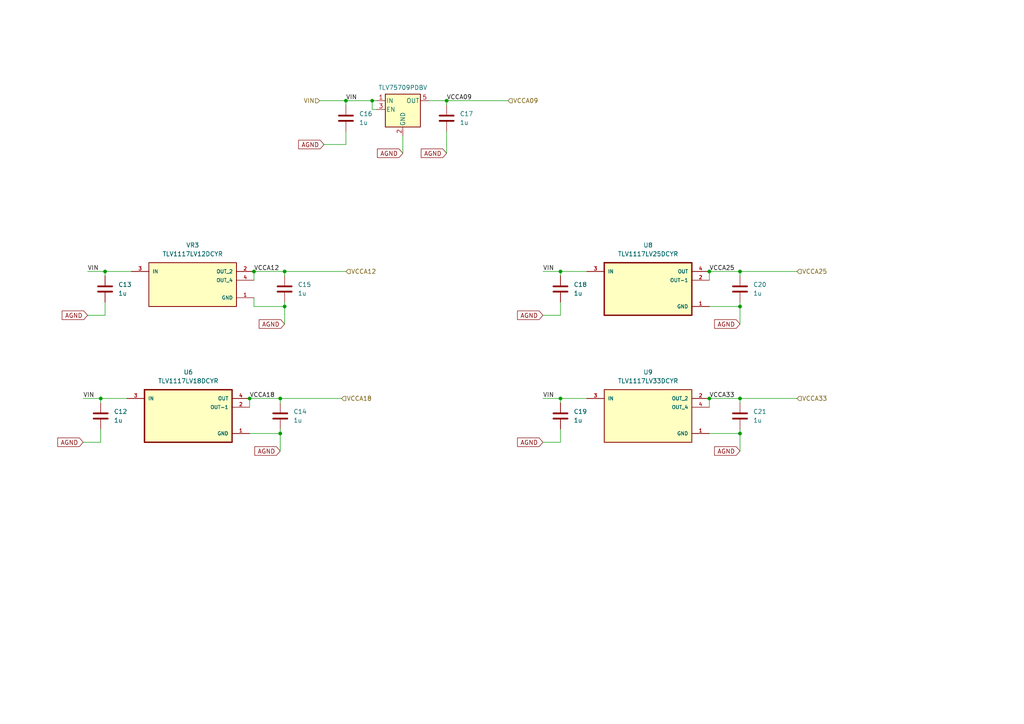
<source format=kicad_sch>
(kicad_sch (version 20231120) (generator "eeschema") (generator_version "8.0")
  (paper "A4")
  (lib_symbols
    (symbol "AVLSI:TLV1117LV12DCYR" (pin_names (offset 1.016))
      (property "Reference" "VR" (at -12.7 6.08 0))
      (property "Value" "TLV1117LV12DCYR" (at -12.7 -9.08 0))
      (symbol "TLV1117LV12DCYR_0_0"
        (rectangle (start -12.7 5.08) (end 12.7 -7.62) (stroke (width 0.254)) (fill (type background)))
        (pin power_in line (at 17.78 -5.08 180) (length 5.08) (name "GND") (number "1"))
        (pin output line (at 17.78 2.54 180) (length 5.08) (name "OUT_2") (number "2"))
        (pin input line (at -17.78 2.54 0) (length 5.08) (name "IN") (number "3"))
        (pin output line (at 17.78 0 180) (length 5.08) (name "OUT_4") (number "4"))
      )
    )
    (symbol "AVLSI:TLV1117LV18DCYR" (pin_names (offset 1.016))
      (property "Reference" "U" (at -12.7 8.62 0))
      (property "Value" "TLV1117LV18DCYR" (at -12.7 -11.62 0))
      (symbol "TLV1117LV18DCYR_0_0"
        (rectangle (start -12.7 -7.62) (end 12.7 7.62) (stroke (width 0.41)) (fill (type background)))
        (pin power_in line (at 17.78 -5.08 180) (length 5.08) (name "GND") (number "1"))
        (pin output line (at 17.78 2.54 180) (length 5.08) (name "OUT-1") (number "2"))
        (pin input line (at -17.78 5.08 0) (length 5.08) (name "IN") (number "3"))
        (pin output line (at 17.78 5.08 180) (length 5.08) (name "OUT") (number "4"))
      )
    )
    (symbol "AVLSI:TLV1117LV25DCYR" (pin_names (offset 1.016))
      (property "Reference" "U" (at -12.7 8.62 0))
      (property "Value" "TLV1117LV25DCYR" (at -12.7 -11.62 0))
      (symbol "TLV1117LV25DCYR_0_0"
        (rectangle (start -12.7 -7.62) (end 12.7 7.62) (stroke (width 0.41)) (fill (type background)))
        (pin power_in line (at 17.78 -5.08 180) (length 5.08) (name "GND") (number "1"))
        (pin output line (at 17.78 2.54 180) (length 5.08) (name "OUT-1") (number "2"))
        (pin input line (at -17.78 5.08 0) (length 5.08) (name "IN") (number "3"))
        (pin output line (at 17.78 5.08 180) (length 5.08) (name "OUT") (number "4"))
      )
    )
    (symbol "AVLSI:TLV1117LV33DCYR" (pin_names (offset 1.016))
      (property "Reference" "U" (at -12.7 8.62 0))
      (property "Value" "TLV1117LV33DCYR" (at -12.7 -11.62 0))
      (symbol "TLV1117LV33DCYR_0_0"
        (rectangle (start -12.7 7.62) (end 12.7 -7.62) (stroke (width 0.254)) (fill (type background)))
        (pin power_in line (at 17.78 -5.08 180) (length 5.08) (name "GND") (number "1"))
        (pin output line (at 17.78 5.08 180) (length 5.08) (name "OUT_2") (number "2"))
        (pin input line (at -17.78 5.08 0) (length 5.08) (name "IN") (number "3"))
        (pin output line (at 17.78 2.54 180) (length 5.08) (name "OUT_4") (number "4"))
      )
    )
    (symbol "Device:C" (pin_numbers hide) (pin_names (offset 0.254))
      (property "Reference" "C" (at 0.635 2.54 0))
      (property "Value" "C" (at 0.635 -2.54 0))
      (symbol "C_0_1"
        (polyline (pts (xy -2.032 -0.762) (xy 2.032 -0.762)) (stroke (width 0.508)))
        (polyline (pts (xy -2.032 0.762) (xy 2.032 0.762)) (stroke (width 0.508)))
      )
      (symbol "C_1_1"
        (pin passive line (at 0 3.81 270) (length 2.794) (name "~") (number "1"))
        (pin passive line (at 0 -3.81 90) (length 2.794) (name "~") (number "2"))
      )
    )
    (symbol "Regulator_Linear:TLV75709PDBV" (pin_names (offset 0.254))
      (property "Reference" "U" (at -3.81 5.715 0))
      (property "Value" "TLV75709PDBV" (at 0 5.715 0))
      (symbol "TLV75709PDBV_0_1"
        (rectangle (start -5.08 4.445) (end 5.08 -5.08) (stroke (width 0.254)) (fill (type background)))
      )
      (symbol "TLV75709PDBV_1_1"
        (pin power_in line (at -7.62 2.54 0) (length 2.54) (name "IN") (number "1"))
        (pin power_in line (at 0 -7.62 90) (length 2.54) (name "GND") (number "2"))
        (pin input line (at -7.62 0 0) (length 2.54) (name "EN") (number "3"))
        (pin no_connect line (at 5.08 0 180) (length 2.54) hide (name "NC") (number "4"))
        (pin power_out line (at 7.62 2.54 180) (length 2.54) (name "OUT") (number "5"))
      )
    )
  )
  (junction (at 73.66 78.74))
  (junction (at 162.56 115.57))
  (junction (at 162.56 78.74))
  (junction (at 82.55 78.74))
  (junction (at 129.54 29.21))
  (junction (at 72.39 115.57))
  (junction (at 205.74 115.57))
  (junction (at 81.28 115.57))
  (junction (at 205.74 78.74))
  (junction (at 81.28 125.73))
  (junction (at 29.21 115.57))
  (junction (at 107.95 29.21))
  (junction (at 30.48 78.74))
  (junction (at 214.63 125.73))
  (junction (at 214.63 78.74))
  (junction (at 82.55 88.9))
  (junction (at 214.63 88.9))
  (junction (at 214.63 115.57))
  (junction (at 100.33 29.21))
  (wire (pts (xy 162.56 80.01) (xy 162.56 78.74)))
  (wire (pts (xy 157.48 91.44) (xy 162.56 91.44)))
  (wire (pts (xy 214.63 78.74) (xy 214.63 80.01)))
  (wire (pts (xy 205.74 78.74) (xy 205.74 81.28)))
  (wire (pts (xy 205.74 78.74) (xy 214.63 78.74)))
  (wire (pts (xy 73.66 78.74) (xy 73.66 81.28)))
  (wire (pts (xy 107.95 29.21) (xy 107.95 31.75)))
  (wire (pts (xy 214.63 115.57) (xy 214.63 116.84)))
  (wire (pts (xy 72.39 125.73) (xy 81.28 125.73)))
  (wire (pts (xy 162.56 116.84) (xy 162.56 115.57)))
  (wire (pts (xy 82.55 87.63) (xy 82.55 88.9)))
  (wire (pts (xy 92.71 29.21) (xy 100.33 29.21)))
  (wire (pts (xy 30.48 78.74) (xy 38.1 78.74)))
  (wire (pts (xy 107.95 29.21) (xy 109.22 29.21)))
  (wire (pts (xy 72.39 115.57) (xy 81.28 115.57)))
  (wire (pts (xy 81.28 124.46) (xy 81.28 125.73)))
  (wire (pts (xy 73.66 78.74) (xy 82.55 78.74)))
  (wire (pts (xy 157.48 115.57) (xy 162.56 115.57)))
  (wire (pts (xy 81.28 115.57) (xy 81.28 116.84)))
  (wire (pts (xy 24.13 128.27) (xy 29.21 128.27)))
  (wire (pts (xy 129.54 29.21) (xy 147.32 29.21)))
  (wire (pts (xy 214.63 115.57) (xy 231.14 115.57)))
  (wire (pts (xy 214.63 87.63) (xy 214.63 88.9)))
  (wire (pts (xy 162.56 124.46) (xy 162.56 128.27)))
  (wire (pts (xy 100.33 30.48) (xy 100.33 29.21)))
  (wire (pts (xy 124.46 29.21) (xy 129.54 29.21)))
  (wire (pts (xy 129.54 29.21) (xy 129.54 30.48)))
  (wire (pts (xy 29.21 124.46) (xy 29.21 128.27)))
  (wire (pts (xy 81.28 125.73) (xy 81.28 130.81)))
  (wire (pts (xy 214.63 88.9) (xy 214.63 93.98)))
  (wire (pts (xy 25.4 78.74) (xy 30.48 78.74)))
  (wire (pts (xy 30.48 87.63) (xy 30.48 91.44)))
  (wire (pts (xy 100.33 29.21) (xy 107.95 29.21)))
  (wire (pts (xy 129.54 38.1) (xy 129.54 44.45)))
  (wire (pts (xy 214.63 78.74) (xy 231.14 78.74)))
  (wire (pts (xy 162.56 115.57) (xy 170.18 115.57)))
  (wire (pts (xy 73.66 86.36) (xy 73.66 88.9)))
  (wire (pts (xy 205.74 125.73) (xy 214.63 125.73)))
  (wire (pts (xy 157.48 78.74) (xy 162.56 78.74)))
  (wire (pts (xy 82.55 78.74) (xy 82.55 80.01)))
  (wire (pts (xy 24.13 115.57) (xy 29.21 115.57)))
  (wire (pts (xy 72.39 115.57) (xy 72.39 118.11)))
  (wire (pts (xy 162.56 78.74) (xy 170.18 78.74)))
  (wire (pts (xy 205.74 88.9) (xy 214.63 88.9)))
  (wire (pts (xy 81.28 115.57) (xy 99.06 115.57)))
  (wire (pts (xy 82.55 78.74) (xy 100.33 78.74)))
  (wire (pts (xy 100.33 38.1) (xy 100.33 41.91)))
  (wire (pts (xy 25.4 91.44) (xy 30.48 91.44)))
  (wire (pts (xy 82.55 88.9) (xy 82.55 93.98)))
  (wire (pts (xy 214.63 125.73) (xy 214.63 130.81)))
  (wire (pts (xy 162.56 87.63) (xy 162.56 91.44)))
  (wire (pts (xy 116.84 39.37) (xy 116.84 44.45)))
  (wire (pts (xy 29.21 116.84) (xy 29.21 115.57)))
  (wire (pts (xy 29.21 115.57) (xy 36.83 115.57)))
  (wire (pts (xy 214.63 124.46) (xy 214.63 125.73)))
  (wire (pts (xy 205.74 115.57) (xy 214.63 115.57)))
  (wire (pts (xy 30.48 80.01) (xy 30.48 78.74)))
  (wire (pts (xy 107.95 31.75) (xy 109.22 31.75)))
  (wire (pts (xy 205.74 115.57) (xy 205.74 118.11)))
  (wire (pts (xy 157.48 128.27) (xy 162.56 128.27)))
  (wire (pts (xy 93.98 41.91) (xy 100.33 41.91)))
  (wire (pts (xy 73.66 88.9) (xy 82.55 88.9)))
  (label "VIN" (at 100.33 29.21 0))
  (label "VIN" (at 157.48 78.74 0))
  (label "VCCA25" (at 205.74 78.74 0))
  (label "VCCA12" (at 73.66 78.74 0))
  (label "VIN" (at 25.4 78.74 0))
  (label "VCCA18" (at 72.39 115.57 0))
  (label "VIN" (at 157.48 115.57 0))
  (label "VCCA33" (at 205.74 115.57 0))
  (label "VIN" (at 24.13 115.57 0))
  (label "VCCA09" (at 129.54 29.21 0))
  (global_label "AGND" (shape input) (at 129.54 44.45 180) (property "Intersheetrefs" "${INTERSHEET_REFS}" (effects (hide yes))))
  (global_label "AGND" (shape input) (at 214.63 130.81 180) (property "Intersheetrefs" "${INTERSHEET_REFS}" (effects (hide yes))))
  (global_label "AGND" (shape input) (at 81.28 130.81 180) (property "Intersheetrefs" "${INTERSHEET_REFS}" (effects (hide yes))))
  (global_label "AGND" (shape input) (at 25.4 91.44 180) (property "Intersheetrefs" "${INTERSHEET_REFS}" (effects (hide yes))))
  (global_label "AGND" (shape input) (at 93.98 41.91 180) (property "Intersheetrefs" "${INTERSHEET_REFS}" (effects (hide yes))))
  (global_label "AGND" (shape input) (at 82.55 93.98 180) (property "Intersheetrefs" "${INTERSHEET_REFS}" (effects (hide yes))))
  (global_label "AGND" (shape input) (at 214.63 93.98 180) (property "Intersheetrefs" "${INTERSHEET_REFS}" (effects (hide yes))))
  (global_label "AGND" (shape input) (at 24.13 128.27 180) (property "Intersheetrefs" "${INTERSHEET_REFS}" (effects (hide yes))))
  (global_label "AGND" (shape input) (at 116.84 44.45 180) (property "Intersheetrefs" "${INTERSHEET_REFS}" (effects (hide yes))))
  (global_label "AGND" (shape input) (at 157.48 128.27 180) (property "Intersheetrefs" "${INTERSHEET_REFS}" (effects (hide yes))))
  (global_label "AGND" (shape input) (at 157.48 91.44 180) (property "Intersheetrefs" "${INTERSHEET_REFS}" (effects (hide yes))))
  (hierarchical_label "VCCA18" (shape input) (at 99.06 115.57 0))
  (hierarchical_label "VCCA33" (shape input) (at 231.14 115.57 0))
  (hierarchical_label "VCCA12" (shape input) (at 100.33 78.74 0))
  (hierarchical_label "VCCA09" (shape input) (at 147.32 29.21 0))
  (hierarchical_label "VCCA25" (shape input) (at 231.14 78.74 0))
  (hierarchical_label "VIN" (shape input) (at 92.71 29.21 180))
  (symbol (lib_id "Device:C") (at 29.21 120.65 0) (unit 1)
    (property "Reference" "C12" (at 33.02 119.3799 0) (effects (justify left)))
    (property "Value" "1u" (at 33.02 121.9199 0) (effects (justify left)))
    (property "Footprint" "Capacitor_SMD:C_0805_2012Metric" (effects (hide yes)))
    (property "Description" "Unpolarized capacitor" (effects (hide yes)))
  )
  (symbol (lib_id "Regulator_Linear:TLV75709PDBV") (at 116.84 31.75 0) (unit 1)
    (property "Reference" "U7" (effects (hide yes)))
    (property "Value" "TLV75709PDBV" (at 116.84 25.4 0))
    (property "Footprint" "Package_TO_SOT_SMD:SOT-23-5" (effects (hide yes)))
    (property "Datasheet" "https://www.ti.com/lit/ds/symlink/tlv757p.pdf" (effects (hide yes)))
    (property "Description" "1A Low IQ Small Size Low Dropout Voltage Regulator, Fixed Output 0.9V, SOT-23-5" (effects (hide yes)))
  )
  (symbol (lib_id "AVLSI:TLV1117LV12DCYR") (at 55.88 81.28 0) (unit 1)
    (property "Reference" "VR3" (at 55.88 71.12 0))
    (property "Value" "TLV1117LV12DCYR" (at 55.88 73.66 0))
    (property "Footprint" "avlsi:VREG_TLV1117LV12DCYR" (effects (hide yes)))
    (property "Datasheet" "https://www.ti.com/lit/ds/symlink/tlv1117lv.pdf?HQS=dis-dk-null-digikeymode-dsf-pf-null-wwe&ts=1729704648859&ref_url=https%253A%252F%252Fwww.ti.com%252Fgeneral%252Fdocs%252Fsuppproductinfo.tsp%253FdistId%253D10%2526gotoUrl%253Dhttps%253A%252F%252Fwww.ti.com%252Flit%252Fgpn%252Ftlv1117lv" (effects (hide yes)))
    (property "PARTREV" "B" (effects (hide yes)))
    (property "STANDARD" "Manufacturer Recommendations" (effects (hide yes)))
    (property "MAXIMUM_PACKAGE_HEIGHT" "1.80 mm" (effects (hide yes)))
    (property "MANUFACTURER" "Texas Instruments" (effects (hide yes)))
  )
  (symbol (lib_id "AVLSI:TLV1117LV25DCYR") (at 187.96 83.82 0) (unit 1)
    (property "Reference" "U8" (at 187.96 71.12 0))
    (property "Value" "TLV1117LV25DCYR" (at 187.96 73.66 0))
    (property "Footprint" "avlsi:SOT230P700X180-4N" (effects (hide yes)))
    (property "Datasheet" "https://www.ti.com/lit/ds/symlink/tlv1117lv.pdf?HQS=dis-dk-null-digikeymode-dsf-pf-null-wwe&ts=1729704648859&ref_url=https%253A%252F%252Fwww.ti.com%252Fgeneral%252Fdocs%252Fsuppproductinfo.tsp%253FdistId%253D10%2526gotoUrl%253Dhttps%253A%252F%252Fwww.ti.com%252Flit%252Fgpn%252Ftlv1117lv" (effects (hide yes)))
  )
  (symbol (lib_id "Device:C") (at 214.63 83.82 0) (unit 1)
    (property "Reference" "C20" (at 218.44 82.5499 0) (effects (justify left)))
    (property "Value" "1u" (at 218.44 85.0899 0) (effects (justify left)))
    (property "Footprint" "Capacitor_SMD:C_0805_2012Metric" (effects (hide yes)))
    (property "Description" "Unpolarized capacitor" (effects (hide yes)))
  )
  (symbol (lib_id "Device:C") (at 82.55 83.82 0) (unit 1)
    (property "Reference" "C15" (at 86.36 82.5499 0) (effects (justify left)))
    (property "Value" "1u" (at 86.36 85.0899 0) (effects (justify left)))
    (property "Footprint" "Capacitor_SMD:C_0805_2012Metric" (effects (hide yes)))
    (property "Description" "Unpolarized capacitor" (effects (hide yes)))
  )
  (symbol (lib_id "Device:C") (at 162.56 83.82 0) (unit 1)
    (property "Reference" "C18" (at 166.37 82.5499 0) (effects (justify left)))
    (property "Value" "1u" (at 166.37 85.0899 0) (effects (justify left)))
    (property "Footprint" "Capacitor_SMD:C_0805_2012Metric" (effects (hide yes)))
    (property "Description" "Unpolarized capacitor" (effects (hide yes)))
  )
  (symbol (lib_id "Device:C") (at 81.28 120.65 0) (unit 1)
    (property "Reference" "C14" (at 85.09 119.3799 0) (effects (justify left)))
    (property "Value" "1u" (at 85.09 121.9199 0) (effects (justify left)))
    (property "Footprint" "Capacitor_SMD:C_0805_2012Metric" (effects (hide yes)))
    (property "Description" "Unpolarized capacitor" (effects (hide yes)))
  )
  (symbol (lib_id "Device:C") (at 30.48 83.82 0) (unit 1)
    (property "Reference" "C13" (at 34.29 82.5499 0) (effects (justify left)))
    (property "Value" "1u" (at 34.29 85.0899 0) (effects (justify left)))
    (property "Footprint" "Capacitor_SMD:C_0805_2012Metric" (effects (hide yes)))
    (property "Description" "Unpolarized capacitor" (effects (hide yes)))
  )
  (symbol (lib_id "AVLSI:TLV1117LV18DCYR") (at 54.61 120.65 0) (unit 1)
    (property "Reference" "U6" (at 54.61 107.95 0))
    (property "Value" "TLV1117LV18DCYR" (at 54.61 110.49 0))
    (property "Footprint" "avlsi:SOT230P700X180-4N" (effects (hide yes)))
    (property "Datasheet" "https://www.ti.com/lit/ds/symlink/tlv1117lv.pdf?HQS=dis-dk-null-digikeymode-dsf-pf-null-wwe&ts=1729704648859&ref_url=https%253A%252F%252Fwww.ti.com%252Fgeneral%252Fdocs%252Fsuppproductinfo.tsp%253FdistId%253D10%2526gotoUrl%253Dhttps%253A%252F%252Fwww.ti.com%252Flit%252Fgpn%252Ftlv1117lv" (effects (hide yes)))
  )
  (symbol (lib_id "AVLSI:TLV1117LV33DCYR") (at 187.96 120.65 0) (unit 1)
    (property "Reference" "U9" (at 187.96 107.95 0))
    (property "Value" "TLV1117LV33DCYR" (at 187.96 110.49 0))
    (property "Footprint" "avlsi:VREG_TLV1117LV33DCYR" (effects (hide yes)))
    (property "Datasheet" "https://www.ti.com/lit/ds/symlink/tlv1117lv.pdf?HQS=dis-dk-null-digikeymode-dsf-pf-null-wwe&ts=1729704648859&ref_url=https%253A%252F%252Fwww.ti.com%252Fgeneral%252Fdocs%252Fsuppproductinfo.tsp%253FdistId%253D10%2526gotoUrl%253Dhttps%253A%252F%252Fwww.ti.com%252Flit%252Fgpn%252Ftlv1117lv" (effects (hide yes)))
    (property "PARTREV" "B" (effects (hide yes)))
    (property "STANDARD" "IPC-7351B" (effects (hide yes)))
    (property "MAXIMUM_PACKAGE_HEIGHT" "1.80 mm" (effects (hide yes)))
    (property "MANUFACTURER" "Texas Instruments" (effects (hide yes)))
  )
  (symbol (lib_id "Device:C") (at 214.63 120.65 0) (unit 1)
    (property "Reference" "C21" (at 218.44 119.3799 0) (effects (justify left)))
    (property "Value" "1u" (at 218.44 121.9199 0) (effects (justify left)))
    (property "Footprint" "Capacitor_SMD:C_0805_2012Metric" (effects (hide yes)))
    (property "Description" "Unpolarized capacitor" (effects (hide yes)))
  )
  (symbol (lib_id "Device:C") (at 129.54 34.29 0) (unit 1)
    (property "Reference" "C17" (at 133.35 33.0199 0) (effects (justify left)))
    (property "Value" "1u" (at 133.35 35.5599 0) (effects (justify left)))
    (property "Footprint" "Capacitor_SMD:C_0805_2012Metric" (effects (hide yes)))
    (property "Description" "Unpolarized capacitor" (effects (hide yes)))
  )
  (symbol (lib_id "Device:C") (at 100.33 34.29 0) (unit 1)
    (property "Reference" "C16" (at 104.14 33.0199 0) (effects (justify left)))
    (property "Value" "1u" (at 104.14 35.5599 0) (effects (justify left)))
    (property "Footprint" "Capacitor_SMD:C_0805_2012Metric" (effects (hide yes)))
    (property "Description" "Unpolarized capacitor" (effects (hide yes)))
  )
  (symbol (lib_id "Device:C") (at 162.56 120.65 0) (unit 1)
    (property "Reference" "C19" (at 166.37 119.3799 0) (effects (justify left)))
    (property "Value" "1u" (at 166.37 121.9199 0) (effects (justify left)))
    (property "Footprint" "Capacitor_SMD:C_0805_2012Metric" (effects (hide yes)))
    (property "Description" "Unpolarized capacitor" (effects (hide yes)))
  )
)
</source>
